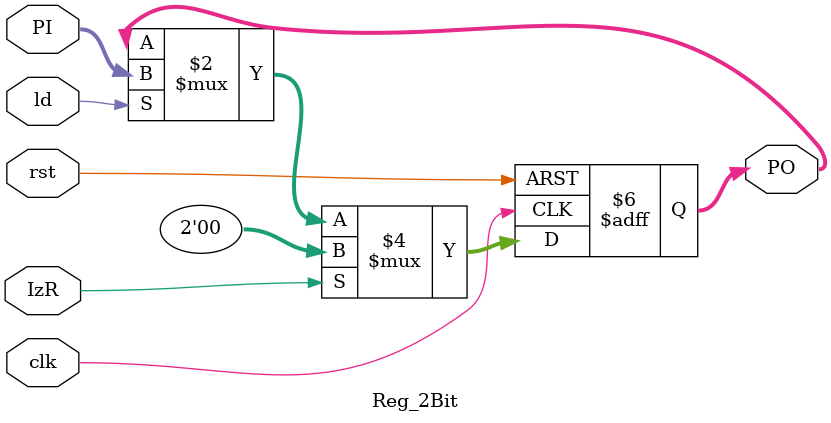
<source format=sv>
module Reg_4Bit(input clk,rst, ld, input [3:0] PI, output logic [3:0] PO);

    always @(posedge clk, posedge rst) begin
        if(rst)
            PO <= 0;
        else
           PO <= (ld) ? PI: PO;
    end

endmodule


module Reg_2Bit(input clk, rst, ld, IzR, input [1:0] PI, output logic [1:0] PO);

    always @(posedge clk, posedge rst) begin
        if(rst)
            PO <= 0;
        else if(IzR)
            PO <= 0;
        else
           PO <= (ld) ? PI: PO;
    end

endmodule
</source>
